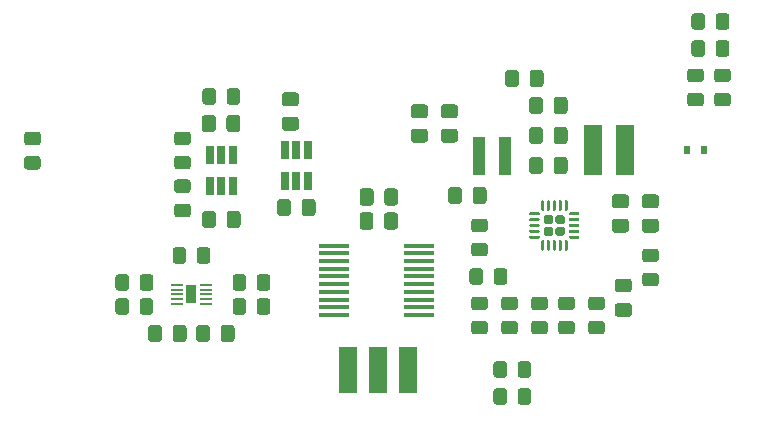
<source format=gbp>
G04 #@! TF.GenerationSoftware,KiCad,Pcbnew,(5.1.6)-1*
G04 #@! TF.CreationDate,2021-05-31T10:21:52+02:00*
G04 #@! TF.ProjectId,Power_module_v1,506f7765-725f-46d6-9f64-756c655f7631,rev?*
G04 #@! TF.SameCoordinates,Original*
G04 #@! TF.FileFunction,Paste,Bot*
G04 #@! TF.FilePolarity,Positive*
%FSLAX46Y46*%
G04 Gerber Fmt 4.6, Leading zero omitted, Abs format (unit mm)*
G04 Created by KiCad (PCBNEW (5.1.6)-1) date 2021-05-31 10:21:52*
%MOMM*%
%LPD*%
G01*
G04 APERTURE LIST*
%ADD10R,2.500000X0.450000*%
%ADD11R,0.600000X0.700000*%
%ADD12R,1.000000X0.200000*%
%ADD13R,0.900000X1.500000*%
%ADD14R,1.600000X4.300000*%
%ADD15R,1.000000X3.200000*%
%ADD16R,0.650000X1.560000*%
%ADD17R,1.524000X4.000000*%
G04 APERTURE END LIST*
D10*
X125984000Y-91380000D03*
X125984000Y-92030000D03*
X125984000Y-92680000D03*
X125984000Y-93330000D03*
X125984000Y-93980000D03*
X125984000Y-94630000D03*
X125984000Y-95280000D03*
X125984000Y-95930000D03*
X125984000Y-96580000D03*
X125984000Y-97230000D03*
X118784000Y-97230000D03*
X118784000Y-96580000D03*
X118784000Y-95930000D03*
X118784000Y-95280000D03*
X118784000Y-94630000D03*
X118784000Y-93980000D03*
X118784000Y-93330000D03*
X118784000Y-92680000D03*
X118784000Y-92030000D03*
X118784000Y-91380000D03*
G36*
G01*
X148901999Y-78428000D02*
X149802001Y-78428000D01*
G75*
G02*
X150052000Y-78677999I0J-249999D01*
G01*
X150052000Y-79328001D01*
G75*
G02*
X149802001Y-79578000I-249999J0D01*
G01*
X148901999Y-79578000D01*
G75*
G02*
X148652000Y-79328001I0J249999D01*
G01*
X148652000Y-78677999D01*
G75*
G02*
X148901999Y-78428000I249999J0D01*
G01*
G37*
G36*
G01*
X148901999Y-76378000D02*
X149802001Y-76378000D01*
G75*
G02*
X150052000Y-76627999I0J-249999D01*
G01*
X150052000Y-77278001D01*
G75*
G02*
X149802001Y-77528000I-249999J0D01*
G01*
X148901999Y-77528000D01*
G75*
G02*
X148652000Y-77278001I0J249999D01*
G01*
X148652000Y-76627999D01*
G75*
G02*
X148901999Y-76378000I249999J0D01*
G01*
G37*
G36*
G01*
X151187999Y-78428000D02*
X152088001Y-78428000D01*
G75*
G02*
X152338000Y-78677999I0J-249999D01*
G01*
X152338000Y-79328001D01*
G75*
G02*
X152088001Y-79578000I-249999J0D01*
G01*
X151187999Y-79578000D01*
G75*
G02*
X150938000Y-79328001I0J249999D01*
G01*
X150938000Y-78677999D01*
G75*
G02*
X151187999Y-78428000I249999J0D01*
G01*
G37*
G36*
G01*
X151187999Y-76378000D02*
X152088001Y-76378000D01*
G75*
G02*
X152338000Y-76627999I0J-249999D01*
G01*
X152338000Y-77278001D01*
G75*
G02*
X152088001Y-77528000I-249999J0D01*
G01*
X151187999Y-77528000D01*
G75*
G02*
X150938000Y-77278001I0J249999D01*
G01*
X150938000Y-76627999D01*
G75*
G02*
X151187999Y-76378000I249999J0D01*
G01*
G37*
G36*
G01*
X150172000Y-71939999D02*
X150172000Y-72840001D01*
G75*
G02*
X149922001Y-73090000I-249999J0D01*
G01*
X149271999Y-73090000D01*
G75*
G02*
X149022000Y-72840001I0J249999D01*
G01*
X149022000Y-71939999D01*
G75*
G02*
X149271999Y-71690000I249999J0D01*
G01*
X149922001Y-71690000D01*
G75*
G02*
X150172000Y-71939999I0J-249999D01*
G01*
G37*
G36*
G01*
X152222000Y-71939999D02*
X152222000Y-72840001D01*
G75*
G02*
X151972001Y-73090000I-249999J0D01*
G01*
X151321999Y-73090000D01*
G75*
G02*
X151072000Y-72840001I0J249999D01*
G01*
X151072000Y-71939999D01*
G75*
G02*
X151321999Y-71690000I249999J0D01*
G01*
X151972001Y-71690000D01*
G75*
G02*
X152222000Y-71939999I0J-249999D01*
G01*
G37*
G36*
G01*
X150172000Y-74225999D02*
X150172000Y-75126001D01*
G75*
G02*
X149922001Y-75376000I-249999J0D01*
G01*
X149271999Y-75376000D01*
G75*
G02*
X149022000Y-75126001I0J249999D01*
G01*
X149022000Y-74225999D01*
G75*
G02*
X149271999Y-73976000I249999J0D01*
G01*
X149922001Y-73976000D01*
G75*
G02*
X150172000Y-74225999I0J-249999D01*
G01*
G37*
G36*
G01*
X152222000Y-74225999D02*
X152222000Y-75126001D01*
G75*
G02*
X151972001Y-75376000I-249999J0D01*
G01*
X151321999Y-75376000D01*
G75*
G02*
X151072000Y-75126001I0J249999D01*
G01*
X151072000Y-74225999D01*
G75*
G02*
X151321999Y-73976000I249999J0D01*
G01*
X151972001Y-73976000D01*
G75*
G02*
X152222000Y-74225999I0J-249999D01*
G01*
G37*
D11*
X148652000Y-83312000D03*
X150052000Y-83312000D03*
G36*
G01*
X107139000Y-92652001D02*
X107139000Y-91751999D01*
G75*
G02*
X107388999Y-91502000I249999J0D01*
G01*
X108039001Y-91502000D01*
G75*
G02*
X108289000Y-91751999I0J-249999D01*
G01*
X108289000Y-92652001D01*
G75*
G02*
X108039001Y-92902000I-249999J0D01*
G01*
X107388999Y-92902000D01*
G75*
G02*
X107139000Y-92652001I0J249999D01*
G01*
G37*
G36*
G01*
X105089000Y-92652001D02*
X105089000Y-91751999D01*
G75*
G02*
X105338999Y-91502000I249999J0D01*
G01*
X105989001Y-91502000D01*
G75*
G02*
X106239000Y-91751999I0J-249999D01*
G01*
X106239000Y-92652001D01*
G75*
G02*
X105989001Y-92902000I-249999J0D01*
G01*
X105338999Y-92902000D01*
G75*
G02*
X105089000Y-92652001I0J249999D01*
G01*
G37*
G36*
G01*
X112219000Y-94938001D02*
X112219000Y-94037999D01*
G75*
G02*
X112468999Y-93788000I249999J0D01*
G01*
X113119001Y-93788000D01*
G75*
G02*
X113369000Y-94037999I0J-249999D01*
G01*
X113369000Y-94938001D01*
G75*
G02*
X113119001Y-95188000I-249999J0D01*
G01*
X112468999Y-95188000D01*
G75*
G02*
X112219000Y-94938001I0J249999D01*
G01*
G37*
G36*
G01*
X110169000Y-94938001D02*
X110169000Y-94037999D01*
G75*
G02*
X110418999Y-93788000I249999J0D01*
G01*
X111069001Y-93788000D01*
G75*
G02*
X111319000Y-94037999I0J-249999D01*
G01*
X111319000Y-94938001D01*
G75*
G02*
X111069001Y-95188000I-249999J0D01*
G01*
X110418999Y-95188000D01*
G75*
G02*
X110169000Y-94938001I0J249999D01*
G01*
G37*
G36*
G01*
X136456000Y-81567000D02*
X136456000Y-82517000D01*
G75*
G02*
X136206000Y-82767000I-250000J0D01*
G01*
X135531000Y-82767000D01*
G75*
G02*
X135281000Y-82517000I0J250000D01*
G01*
X135281000Y-81567000D01*
G75*
G02*
X135531000Y-81317000I250000J0D01*
G01*
X136206000Y-81317000D01*
G75*
G02*
X136456000Y-81567000I0J-250000D01*
G01*
G37*
G36*
G01*
X138531000Y-81567000D02*
X138531000Y-82517000D01*
G75*
G02*
X138281000Y-82767000I-250000J0D01*
G01*
X137606000Y-82767000D01*
G75*
G02*
X137356000Y-82517000I0J250000D01*
G01*
X137356000Y-81567000D01*
G75*
G02*
X137606000Y-81317000I250000J0D01*
G01*
X138281000Y-81317000D01*
G75*
G02*
X138531000Y-81567000I0J-250000D01*
G01*
G37*
G36*
G01*
X142781000Y-96229500D02*
X143731000Y-96229500D01*
G75*
G02*
X143981000Y-96479500I0J-250000D01*
G01*
X143981000Y-97154500D01*
G75*
G02*
X143731000Y-97404500I-250000J0D01*
G01*
X142781000Y-97404500D01*
G75*
G02*
X142531000Y-97154500I0J250000D01*
G01*
X142531000Y-96479500D01*
G75*
G02*
X142781000Y-96229500I250000J0D01*
G01*
G37*
G36*
G01*
X142781000Y-94154500D02*
X143731000Y-94154500D01*
G75*
G02*
X143981000Y-94404500I0J-250000D01*
G01*
X143981000Y-95079500D01*
G75*
G02*
X143731000Y-95329500I-250000J0D01*
G01*
X142781000Y-95329500D01*
G75*
G02*
X142531000Y-95079500I0J250000D01*
G01*
X142531000Y-94404500D01*
G75*
G02*
X142781000Y-94154500I250000J0D01*
G01*
G37*
G36*
G01*
X126459000Y-80576000D02*
X125509000Y-80576000D01*
G75*
G02*
X125259000Y-80326000I0J250000D01*
G01*
X125259000Y-79651000D01*
G75*
G02*
X125509000Y-79401000I250000J0D01*
G01*
X126459000Y-79401000D01*
G75*
G02*
X126709000Y-79651000I0J-250000D01*
G01*
X126709000Y-80326000D01*
G75*
G02*
X126459000Y-80576000I-250000J0D01*
G01*
G37*
G36*
G01*
X126459000Y-82651000D02*
X125509000Y-82651000D01*
G75*
G02*
X125259000Y-82401000I0J250000D01*
G01*
X125259000Y-81726000D01*
G75*
G02*
X125509000Y-81476000I250000J0D01*
G01*
X126459000Y-81476000D01*
G75*
G02*
X126709000Y-81726000I0J-250000D01*
G01*
X126709000Y-82401000D01*
G75*
G02*
X126459000Y-82651000I-250000J0D01*
G01*
G37*
G36*
G01*
X142527000Y-89096000D02*
X143477000Y-89096000D01*
G75*
G02*
X143727000Y-89346000I0J-250000D01*
G01*
X143727000Y-90021000D01*
G75*
G02*
X143477000Y-90271000I-250000J0D01*
G01*
X142527000Y-90271000D01*
G75*
G02*
X142277000Y-90021000I0J250000D01*
G01*
X142277000Y-89346000D01*
G75*
G02*
X142527000Y-89096000I250000J0D01*
G01*
G37*
G36*
G01*
X142527000Y-87021000D02*
X143477000Y-87021000D01*
G75*
G02*
X143727000Y-87271000I0J-250000D01*
G01*
X143727000Y-87946000D01*
G75*
G02*
X143477000Y-88196000I-250000J0D01*
G01*
X142527000Y-88196000D01*
G75*
G02*
X142277000Y-87946000I0J250000D01*
G01*
X142277000Y-87271000D01*
G75*
G02*
X142527000Y-87021000I250000J0D01*
G01*
G37*
G36*
G01*
X136456000Y-84107000D02*
X136456000Y-85057000D01*
G75*
G02*
X136206000Y-85307000I-250000J0D01*
G01*
X135531000Y-85307000D01*
G75*
G02*
X135281000Y-85057000I0J250000D01*
G01*
X135281000Y-84107000D01*
G75*
G02*
X135531000Y-83857000I250000J0D01*
G01*
X136206000Y-83857000D01*
G75*
G02*
X136456000Y-84107000I0J-250000D01*
G01*
G37*
G36*
G01*
X138531000Y-84107000D02*
X138531000Y-85057000D01*
G75*
G02*
X138281000Y-85307000I-250000J0D01*
G01*
X137606000Y-85307000D01*
G75*
G02*
X137356000Y-85057000I0J250000D01*
G01*
X137356000Y-84107000D01*
G75*
G02*
X137606000Y-83857000I250000J0D01*
G01*
X138281000Y-83857000D01*
G75*
G02*
X138531000Y-84107000I0J-250000D01*
G01*
G37*
G36*
G01*
X122996000Y-89756000D02*
X122996000Y-88806000D01*
G75*
G02*
X123246000Y-88556000I250000J0D01*
G01*
X123921000Y-88556000D01*
G75*
G02*
X124171000Y-88806000I0J-250000D01*
G01*
X124171000Y-89756000D01*
G75*
G02*
X123921000Y-90006000I-250000J0D01*
G01*
X123246000Y-90006000D01*
G75*
G02*
X122996000Y-89756000I0J250000D01*
G01*
G37*
G36*
G01*
X120921000Y-89756000D02*
X120921000Y-88806000D01*
G75*
G02*
X121171000Y-88556000I250000J0D01*
G01*
X121846000Y-88556000D01*
G75*
G02*
X122096000Y-88806000I0J-250000D01*
G01*
X122096000Y-89756000D01*
G75*
G02*
X121846000Y-90006000I-250000J0D01*
G01*
X121171000Y-90006000D01*
G75*
G02*
X120921000Y-89756000I0J250000D01*
G01*
G37*
G36*
G01*
X123005000Y-87724000D02*
X123005000Y-86774000D01*
G75*
G02*
X123255000Y-86524000I250000J0D01*
G01*
X123930000Y-86524000D01*
G75*
G02*
X124180000Y-86774000I0J-250000D01*
G01*
X124180000Y-87724000D01*
G75*
G02*
X123930000Y-87974000I-250000J0D01*
G01*
X123255000Y-87974000D01*
G75*
G02*
X123005000Y-87724000I0J250000D01*
G01*
G37*
G36*
G01*
X120930000Y-87724000D02*
X120930000Y-86774000D01*
G75*
G02*
X121180000Y-86524000I250000J0D01*
G01*
X121855000Y-86524000D01*
G75*
G02*
X122105000Y-86774000I0J-250000D01*
G01*
X122105000Y-87724000D01*
G75*
G02*
X121855000Y-87974000I-250000J0D01*
G01*
X121180000Y-87974000D01*
G75*
G02*
X120930000Y-87724000I0J250000D01*
G01*
G37*
G36*
G01*
X109648500Y-81501000D02*
X109648500Y-80551000D01*
G75*
G02*
X109898500Y-80301000I250000J0D01*
G01*
X110573500Y-80301000D01*
G75*
G02*
X110823500Y-80551000I0J-250000D01*
G01*
X110823500Y-81501000D01*
G75*
G02*
X110573500Y-81751000I-250000J0D01*
G01*
X109898500Y-81751000D01*
G75*
G02*
X109648500Y-81501000I0J250000D01*
G01*
G37*
G36*
G01*
X107573500Y-81501000D02*
X107573500Y-80551000D01*
G75*
G02*
X107823500Y-80301000I250000J0D01*
G01*
X108498500Y-80301000D01*
G75*
G02*
X108748500Y-80551000I0J-250000D01*
G01*
X108748500Y-81501000D01*
G75*
G02*
X108498500Y-81751000I-250000J0D01*
G01*
X107823500Y-81751000D01*
G75*
G02*
X107573500Y-81501000I0J250000D01*
G01*
G37*
G36*
G01*
X115537000Y-79560000D02*
X114587000Y-79560000D01*
G75*
G02*
X114337000Y-79310000I0J250000D01*
G01*
X114337000Y-78635000D01*
G75*
G02*
X114587000Y-78385000I250000J0D01*
G01*
X115537000Y-78385000D01*
G75*
G02*
X115787000Y-78635000I0J-250000D01*
G01*
X115787000Y-79310000D01*
G75*
G02*
X115537000Y-79560000I-250000J0D01*
G01*
G37*
G36*
G01*
X115537000Y-81635000D02*
X114587000Y-81635000D01*
G75*
G02*
X114337000Y-81385000I0J250000D01*
G01*
X114337000Y-80710000D01*
G75*
G02*
X114587000Y-80460000I250000J0D01*
G01*
X115537000Y-80460000D01*
G75*
G02*
X115787000Y-80710000I0J-250000D01*
G01*
X115787000Y-81385000D01*
G75*
G02*
X115537000Y-81635000I-250000J0D01*
G01*
G37*
G36*
G01*
X108770000Y-88679000D02*
X108770000Y-89629000D01*
G75*
G02*
X108520000Y-89879000I-250000J0D01*
G01*
X107845000Y-89879000D01*
G75*
G02*
X107595000Y-89629000I0J250000D01*
G01*
X107595000Y-88679000D01*
G75*
G02*
X107845000Y-88429000I250000J0D01*
G01*
X108520000Y-88429000D01*
G75*
G02*
X108770000Y-88679000I0J-250000D01*
G01*
G37*
G36*
G01*
X110845000Y-88679000D02*
X110845000Y-89629000D01*
G75*
G02*
X110595000Y-89879000I-250000J0D01*
G01*
X109920000Y-89879000D01*
G75*
G02*
X109670000Y-89629000I0J250000D01*
G01*
X109670000Y-88679000D01*
G75*
G02*
X109920000Y-88429000I250000J0D01*
G01*
X110595000Y-88429000D01*
G75*
G02*
X110845000Y-88679000I0J-250000D01*
G01*
G37*
G36*
G01*
X115120000Y-87663000D02*
X115120000Y-88613000D01*
G75*
G02*
X114870000Y-88863000I-250000J0D01*
G01*
X114195000Y-88863000D01*
G75*
G02*
X113945000Y-88613000I0J250000D01*
G01*
X113945000Y-87663000D01*
G75*
G02*
X114195000Y-87413000I250000J0D01*
G01*
X114870000Y-87413000D01*
G75*
G02*
X115120000Y-87663000I0J-250000D01*
G01*
G37*
G36*
G01*
X117195000Y-87663000D02*
X117195000Y-88613000D01*
G75*
G02*
X116945000Y-88863000I-250000J0D01*
G01*
X116270000Y-88863000D01*
G75*
G02*
X116020000Y-88613000I0J250000D01*
G01*
X116020000Y-87663000D01*
G75*
G02*
X116270000Y-87413000I250000J0D01*
G01*
X116945000Y-87413000D01*
G75*
G02*
X117195000Y-87663000I0J-250000D01*
G01*
G37*
G36*
G01*
X108262000Y-98331000D02*
X108262000Y-99281000D01*
G75*
G02*
X108012000Y-99531000I-250000J0D01*
G01*
X107337000Y-99531000D01*
G75*
G02*
X107087000Y-99281000I0J250000D01*
G01*
X107087000Y-98331000D01*
G75*
G02*
X107337000Y-98081000I250000J0D01*
G01*
X108012000Y-98081000D01*
G75*
G02*
X108262000Y-98331000I0J-250000D01*
G01*
G37*
G36*
G01*
X110337000Y-98331000D02*
X110337000Y-99281000D01*
G75*
G02*
X110087000Y-99531000I-250000J0D01*
G01*
X109412000Y-99531000D01*
G75*
G02*
X109162000Y-99281000I0J250000D01*
G01*
X109162000Y-98331000D01*
G75*
G02*
X109412000Y-98081000I250000J0D01*
G01*
X110087000Y-98081000D01*
G75*
G02*
X110337000Y-98331000I0J-250000D01*
G01*
G37*
G36*
G01*
X105098000Y-99281000D02*
X105098000Y-98331000D01*
G75*
G02*
X105348000Y-98081000I250000J0D01*
G01*
X106023000Y-98081000D01*
G75*
G02*
X106273000Y-98331000I0J-250000D01*
G01*
X106273000Y-99281000D01*
G75*
G02*
X106023000Y-99531000I-250000J0D01*
G01*
X105348000Y-99531000D01*
G75*
G02*
X105098000Y-99281000I0J250000D01*
G01*
G37*
G36*
G01*
X103023000Y-99281000D02*
X103023000Y-98331000D01*
G75*
G02*
X103273000Y-98081000I250000J0D01*
G01*
X103948000Y-98081000D01*
G75*
G02*
X104198000Y-98331000I0J-250000D01*
G01*
X104198000Y-99281000D01*
G75*
G02*
X103948000Y-99531000I-250000J0D01*
G01*
X103273000Y-99531000D01*
G75*
G02*
X103023000Y-99281000I0J250000D01*
G01*
G37*
G36*
G01*
X128423000Y-87597000D02*
X128423000Y-86647000D01*
G75*
G02*
X128673000Y-86397000I250000J0D01*
G01*
X129348000Y-86397000D01*
G75*
G02*
X129598000Y-86647000I0J-250000D01*
G01*
X129598000Y-87597000D01*
G75*
G02*
X129348000Y-87847000I-250000J0D01*
G01*
X128673000Y-87847000D01*
G75*
G02*
X128423000Y-87597000I0J250000D01*
G01*
G37*
G36*
G01*
X130498000Y-87597000D02*
X130498000Y-86647000D01*
G75*
G02*
X130748000Y-86397000I250000J0D01*
G01*
X131423000Y-86397000D01*
G75*
G02*
X131673000Y-86647000I0J-250000D01*
G01*
X131673000Y-87597000D01*
G75*
G02*
X131423000Y-87847000I-250000J0D01*
G01*
X130748000Y-87847000D01*
G75*
G02*
X130498000Y-87597000I0J250000D01*
G01*
G37*
G36*
G01*
X145067000Y-87021000D02*
X146017000Y-87021000D01*
G75*
G02*
X146267000Y-87271000I0J-250000D01*
G01*
X146267000Y-87946000D01*
G75*
G02*
X146017000Y-88196000I-250000J0D01*
G01*
X145067000Y-88196000D01*
G75*
G02*
X144817000Y-87946000I0J250000D01*
G01*
X144817000Y-87271000D01*
G75*
G02*
X145067000Y-87021000I250000J0D01*
G01*
G37*
G36*
G01*
X145067000Y-89096000D02*
X146017000Y-89096000D01*
G75*
G02*
X146267000Y-89346000I0J-250000D01*
G01*
X146267000Y-90021000D01*
G75*
G02*
X146017000Y-90271000I-250000J0D01*
G01*
X145067000Y-90271000D01*
G75*
G02*
X144817000Y-90021000I0J250000D01*
G01*
X144817000Y-89346000D01*
G75*
G02*
X145067000Y-89096000I250000J0D01*
G01*
G37*
G36*
G01*
X136456000Y-79027000D02*
X136456000Y-79977000D01*
G75*
G02*
X136206000Y-80227000I-250000J0D01*
G01*
X135531000Y-80227000D01*
G75*
G02*
X135281000Y-79977000I0J250000D01*
G01*
X135281000Y-79027000D01*
G75*
G02*
X135531000Y-78777000I250000J0D01*
G01*
X136206000Y-78777000D01*
G75*
G02*
X136456000Y-79027000I0J-250000D01*
G01*
G37*
G36*
G01*
X138531000Y-79027000D02*
X138531000Y-79977000D01*
G75*
G02*
X138281000Y-80227000I-250000J0D01*
G01*
X137606000Y-80227000D01*
G75*
G02*
X137356000Y-79977000I0J250000D01*
G01*
X137356000Y-79027000D01*
G75*
G02*
X137606000Y-78777000I250000J0D01*
G01*
X138281000Y-78777000D01*
G75*
G02*
X138531000Y-79027000I0J-250000D01*
G01*
G37*
G36*
G01*
X135324000Y-77691000D02*
X135324000Y-76741000D01*
G75*
G02*
X135574000Y-76491000I250000J0D01*
G01*
X136249000Y-76491000D01*
G75*
G02*
X136499000Y-76741000I0J-250000D01*
G01*
X136499000Y-77691000D01*
G75*
G02*
X136249000Y-77941000I-250000J0D01*
G01*
X135574000Y-77941000D01*
G75*
G02*
X135324000Y-77691000I0J250000D01*
G01*
G37*
G36*
G01*
X133249000Y-77691000D02*
X133249000Y-76741000D01*
G75*
G02*
X133499000Y-76491000I250000J0D01*
G01*
X134174000Y-76491000D01*
G75*
G02*
X134424000Y-76741000I0J-250000D01*
G01*
X134424000Y-77691000D01*
G75*
G02*
X134174000Y-77941000I-250000J0D01*
G01*
X133499000Y-77941000D01*
G75*
G02*
X133249000Y-77691000I0J250000D01*
G01*
G37*
G36*
G01*
X128999000Y-80576000D02*
X128049000Y-80576000D01*
G75*
G02*
X127799000Y-80326000I0J250000D01*
G01*
X127799000Y-79651000D01*
G75*
G02*
X128049000Y-79401000I250000J0D01*
G01*
X128999000Y-79401000D01*
G75*
G02*
X129249000Y-79651000I0J-250000D01*
G01*
X129249000Y-80326000D01*
G75*
G02*
X128999000Y-80576000I-250000J0D01*
G01*
G37*
G36*
G01*
X128999000Y-82651000D02*
X128049000Y-82651000D01*
G75*
G02*
X127799000Y-82401000I0J250000D01*
G01*
X127799000Y-81726000D01*
G75*
G02*
X128049000Y-81476000I250000J0D01*
G01*
X128999000Y-81476000D01*
G75*
G02*
X129249000Y-81726000I0J-250000D01*
G01*
X129249000Y-82401000D01*
G75*
G02*
X128999000Y-82651000I-250000J0D01*
G01*
G37*
D12*
X105430000Y-96304000D03*
X105430000Y-95904000D03*
X105430000Y-95504000D03*
X105430000Y-95104000D03*
X105430000Y-94704000D03*
X107930000Y-94704000D03*
X107930000Y-95104000D03*
X107930000Y-95504000D03*
X107930000Y-95904000D03*
X107930000Y-96304000D03*
D13*
X106680000Y-95504000D03*
D14*
X140716000Y-83312000D03*
X143416000Y-83312000D03*
D15*
X131064000Y-83820000D03*
X133264000Y-83820000D03*
G36*
G01*
X145091999Y-91618000D02*
X145992001Y-91618000D01*
G75*
G02*
X146242000Y-91867999I0J-249999D01*
G01*
X146242000Y-92518001D01*
G75*
G02*
X145992001Y-92768000I-249999J0D01*
G01*
X145091999Y-92768000D01*
G75*
G02*
X144842000Y-92518001I0J249999D01*
G01*
X144842000Y-91867999D01*
G75*
G02*
X145091999Y-91618000I249999J0D01*
G01*
G37*
G36*
G01*
X145091999Y-93668000D02*
X145992001Y-93668000D01*
G75*
G02*
X146242000Y-93917999I0J-249999D01*
G01*
X146242000Y-94568001D01*
G75*
G02*
X145992001Y-94818000I-249999J0D01*
G01*
X145091999Y-94818000D01*
G75*
G02*
X144842000Y-94568001I0J249999D01*
G01*
X144842000Y-93917999D01*
G75*
G02*
X145091999Y-93668000I249999J0D01*
G01*
G37*
G36*
G01*
X101395000Y-96069999D02*
X101395000Y-96970001D01*
G75*
G02*
X101145001Y-97220000I-249999J0D01*
G01*
X100494999Y-97220000D01*
G75*
G02*
X100245000Y-96970001I0J249999D01*
G01*
X100245000Y-96069999D01*
G75*
G02*
X100494999Y-95820000I249999J0D01*
G01*
X101145001Y-95820000D01*
G75*
G02*
X101395000Y-96069999I0J-249999D01*
G01*
G37*
G36*
G01*
X103445000Y-96069999D02*
X103445000Y-96970001D01*
G75*
G02*
X103195001Y-97220000I-249999J0D01*
G01*
X102544999Y-97220000D01*
G75*
G02*
X102295000Y-96970001I0J249999D01*
G01*
X102295000Y-96069999D01*
G75*
G02*
X102544999Y-95820000I249999J0D01*
G01*
X103195001Y-95820000D01*
G75*
G02*
X103445000Y-96069999I0J-249999D01*
G01*
G37*
G36*
G01*
X103454000Y-94037999D02*
X103454000Y-94938001D01*
G75*
G02*
X103204001Y-95188000I-249999J0D01*
G01*
X102553999Y-95188000D01*
G75*
G02*
X102304000Y-94938001I0J249999D01*
G01*
X102304000Y-94037999D01*
G75*
G02*
X102553999Y-93788000I249999J0D01*
G01*
X103204001Y-93788000D01*
G75*
G02*
X103454000Y-94037999I0J-249999D01*
G01*
G37*
G36*
G01*
X101404000Y-94037999D02*
X101404000Y-94938001D01*
G75*
G02*
X101154001Y-95188000I-249999J0D01*
G01*
X100503999Y-95188000D01*
G75*
G02*
X100254000Y-94938001I0J249999D01*
G01*
X100254000Y-94037999D01*
G75*
G02*
X100503999Y-93788000I249999J0D01*
G01*
X101154001Y-93788000D01*
G75*
G02*
X101404000Y-94037999I0J-249999D01*
G01*
G37*
G36*
G01*
X110169000Y-96970001D02*
X110169000Y-96069999D01*
G75*
G02*
X110418999Y-95820000I249999J0D01*
G01*
X111069001Y-95820000D01*
G75*
G02*
X111319000Y-96069999I0J-249999D01*
G01*
X111319000Y-96970001D01*
G75*
G02*
X111069001Y-97220000I-249999J0D01*
G01*
X110418999Y-97220000D01*
G75*
G02*
X110169000Y-96970001I0J249999D01*
G01*
G37*
G36*
G01*
X112219000Y-96970001D02*
X112219000Y-96069999D01*
G75*
G02*
X112468999Y-95820000I249999J0D01*
G01*
X113119001Y-95820000D01*
G75*
G02*
X113369000Y-96069999I0J-249999D01*
G01*
X113369000Y-96970001D01*
G75*
G02*
X113119001Y-97220000I-249999J0D01*
G01*
X112468999Y-97220000D01*
G75*
G02*
X112219000Y-96970001I0J249999D01*
G01*
G37*
G36*
G01*
X106368001Y-86917000D02*
X105467999Y-86917000D01*
G75*
G02*
X105218000Y-86667001I0J249999D01*
G01*
X105218000Y-86016999D01*
G75*
G02*
X105467999Y-85767000I249999J0D01*
G01*
X106368001Y-85767000D01*
G75*
G02*
X106618000Y-86016999I0J-249999D01*
G01*
X106618000Y-86667001D01*
G75*
G02*
X106368001Y-86917000I-249999J0D01*
G01*
G37*
G36*
G01*
X106368001Y-88967000D02*
X105467999Y-88967000D01*
G75*
G02*
X105218000Y-88717001I0J249999D01*
G01*
X105218000Y-88066999D01*
G75*
G02*
X105467999Y-87817000I249999J0D01*
G01*
X106368001Y-87817000D01*
G75*
G02*
X106618000Y-88066999I0J-249999D01*
G01*
X106618000Y-88717001D01*
G75*
G02*
X106368001Y-88967000I-249999J0D01*
G01*
G37*
G36*
G01*
X106368001Y-84912000D02*
X105467999Y-84912000D01*
G75*
G02*
X105218000Y-84662001I0J249999D01*
G01*
X105218000Y-84011999D01*
G75*
G02*
X105467999Y-83762000I249999J0D01*
G01*
X106368001Y-83762000D01*
G75*
G02*
X106618000Y-84011999I0J-249999D01*
G01*
X106618000Y-84662001D01*
G75*
G02*
X106368001Y-84912000I-249999J0D01*
G01*
G37*
G36*
G01*
X106368001Y-82862000D02*
X105467999Y-82862000D01*
G75*
G02*
X105218000Y-82612001I0J249999D01*
G01*
X105218000Y-81961999D01*
G75*
G02*
X105467999Y-81712000I249999J0D01*
G01*
X106368001Y-81712000D01*
G75*
G02*
X106618000Y-81961999I0J-249999D01*
G01*
X106618000Y-82612001D01*
G75*
G02*
X106368001Y-82862000I-249999J0D01*
G01*
G37*
G36*
G01*
X92767999Y-83771000D02*
X93668001Y-83771000D01*
G75*
G02*
X93918000Y-84020999I0J-249999D01*
G01*
X93918000Y-84671001D01*
G75*
G02*
X93668001Y-84921000I-249999J0D01*
G01*
X92767999Y-84921000D01*
G75*
G02*
X92518000Y-84671001I0J249999D01*
G01*
X92518000Y-84020999D01*
G75*
G02*
X92767999Y-83771000I249999J0D01*
G01*
G37*
G36*
G01*
X92767999Y-81721000D02*
X93668001Y-81721000D01*
G75*
G02*
X93918000Y-81970999I0J-249999D01*
G01*
X93918000Y-82621001D01*
G75*
G02*
X93668001Y-82871000I-249999J0D01*
G01*
X92767999Y-82871000D01*
G75*
G02*
X92518000Y-82621001I0J249999D01*
G01*
X92518000Y-81970999D01*
G75*
G02*
X92767999Y-81721000I249999J0D01*
G01*
G37*
G36*
G01*
X133399000Y-103689999D02*
X133399000Y-104590001D01*
G75*
G02*
X133149001Y-104840000I-249999J0D01*
G01*
X132498999Y-104840000D01*
G75*
G02*
X132249000Y-104590001I0J249999D01*
G01*
X132249000Y-103689999D01*
G75*
G02*
X132498999Y-103440000I249999J0D01*
G01*
X133149001Y-103440000D01*
G75*
G02*
X133399000Y-103689999I0J-249999D01*
G01*
G37*
G36*
G01*
X135449000Y-103689999D02*
X135449000Y-104590001D01*
G75*
G02*
X135199001Y-104840000I-249999J0D01*
G01*
X134548999Y-104840000D01*
G75*
G02*
X134299000Y-104590001I0J249999D01*
G01*
X134299000Y-103689999D01*
G75*
G02*
X134548999Y-103440000I249999J0D01*
G01*
X135199001Y-103440000D01*
G75*
G02*
X135449000Y-103689999I0J-249999D01*
G01*
G37*
G36*
G01*
X135449000Y-101403999D02*
X135449000Y-102304001D01*
G75*
G02*
X135199001Y-102554000I-249999J0D01*
G01*
X134548999Y-102554000D01*
G75*
G02*
X134299000Y-102304001I0J249999D01*
G01*
X134299000Y-101403999D01*
G75*
G02*
X134548999Y-101154000I249999J0D01*
G01*
X135199001Y-101154000D01*
G75*
G02*
X135449000Y-101403999I0J-249999D01*
G01*
G37*
G36*
G01*
X133399000Y-101403999D02*
X133399000Y-102304001D01*
G75*
G02*
X133149001Y-102554000I-249999J0D01*
G01*
X132498999Y-102554000D01*
G75*
G02*
X132249000Y-102304001I0J249999D01*
G01*
X132249000Y-101403999D01*
G75*
G02*
X132498999Y-101154000I249999J0D01*
G01*
X133149001Y-101154000D01*
G75*
G02*
X133399000Y-101403999I0J-249999D01*
G01*
G37*
G36*
G01*
X136594001Y-96832000D02*
X135693999Y-96832000D01*
G75*
G02*
X135444000Y-96582001I0J249999D01*
G01*
X135444000Y-95931999D01*
G75*
G02*
X135693999Y-95682000I249999J0D01*
G01*
X136594001Y-95682000D01*
G75*
G02*
X136844000Y-95931999I0J-249999D01*
G01*
X136844000Y-96582001D01*
G75*
G02*
X136594001Y-96832000I-249999J0D01*
G01*
G37*
G36*
G01*
X136594001Y-98882000D02*
X135693999Y-98882000D01*
G75*
G02*
X135444000Y-98632001I0J249999D01*
G01*
X135444000Y-97981999D01*
G75*
G02*
X135693999Y-97732000I249999J0D01*
G01*
X136594001Y-97732000D01*
G75*
G02*
X136844000Y-97981999I0J-249999D01*
G01*
X136844000Y-98632001D01*
G75*
G02*
X136594001Y-98882000I-249999J0D01*
G01*
G37*
G36*
G01*
X134054001Y-98882000D02*
X133153999Y-98882000D01*
G75*
G02*
X132904000Y-98632001I0J249999D01*
G01*
X132904000Y-97981999D01*
G75*
G02*
X133153999Y-97732000I249999J0D01*
G01*
X134054001Y-97732000D01*
G75*
G02*
X134304000Y-97981999I0J-249999D01*
G01*
X134304000Y-98632001D01*
G75*
G02*
X134054001Y-98882000I-249999J0D01*
G01*
G37*
G36*
G01*
X134054001Y-96832000D02*
X133153999Y-96832000D01*
G75*
G02*
X132904000Y-96582001I0J249999D01*
G01*
X132904000Y-95931999D01*
G75*
G02*
X133153999Y-95682000I249999J0D01*
G01*
X134054001Y-95682000D01*
G75*
G02*
X134304000Y-95931999I0J-249999D01*
G01*
X134304000Y-96582001D01*
G75*
G02*
X134054001Y-96832000I-249999J0D01*
G01*
G37*
G36*
G01*
X130613999Y-97732000D02*
X131514001Y-97732000D01*
G75*
G02*
X131764000Y-97981999I0J-249999D01*
G01*
X131764000Y-98632001D01*
G75*
G02*
X131514001Y-98882000I-249999J0D01*
G01*
X130613999Y-98882000D01*
G75*
G02*
X130364000Y-98632001I0J249999D01*
G01*
X130364000Y-97981999D01*
G75*
G02*
X130613999Y-97732000I249999J0D01*
G01*
G37*
G36*
G01*
X130613999Y-95682000D02*
X131514001Y-95682000D01*
G75*
G02*
X131764000Y-95931999I0J-249999D01*
G01*
X131764000Y-96582001D01*
G75*
G02*
X131514001Y-96832000I-249999J0D01*
G01*
X130613999Y-96832000D01*
G75*
G02*
X130364000Y-96582001I0J249999D01*
G01*
X130364000Y-95931999D01*
G75*
G02*
X130613999Y-95682000I249999J0D01*
G01*
G37*
G36*
G01*
X133426000Y-93529999D02*
X133426000Y-94430001D01*
G75*
G02*
X133176001Y-94680000I-249999J0D01*
G01*
X132525999Y-94680000D01*
G75*
G02*
X132276000Y-94430001I0J249999D01*
G01*
X132276000Y-93529999D01*
G75*
G02*
X132525999Y-93280000I249999J0D01*
G01*
X133176001Y-93280000D01*
G75*
G02*
X133426000Y-93529999I0J-249999D01*
G01*
G37*
G36*
G01*
X131376000Y-93529999D02*
X131376000Y-94430001D01*
G75*
G02*
X131126001Y-94680000I-249999J0D01*
G01*
X130475999Y-94680000D01*
G75*
G02*
X130226000Y-94430001I0J249999D01*
G01*
X130226000Y-93529999D01*
G75*
G02*
X130475999Y-93280000I249999J0D01*
G01*
X131126001Y-93280000D01*
G75*
G02*
X131376000Y-93529999I0J-249999D01*
G01*
G37*
G36*
G01*
X131514001Y-90228000D02*
X130613999Y-90228000D01*
G75*
G02*
X130364000Y-89978001I0J249999D01*
G01*
X130364000Y-89327999D01*
G75*
G02*
X130613999Y-89078000I249999J0D01*
G01*
X131514001Y-89078000D01*
G75*
G02*
X131764000Y-89327999I0J-249999D01*
G01*
X131764000Y-89978001D01*
G75*
G02*
X131514001Y-90228000I-249999J0D01*
G01*
G37*
G36*
G01*
X131514001Y-92278000D02*
X130613999Y-92278000D01*
G75*
G02*
X130364000Y-92028001I0J249999D01*
G01*
X130364000Y-91377999D01*
G75*
G02*
X130613999Y-91128000I249999J0D01*
G01*
X131514001Y-91128000D01*
G75*
G02*
X131764000Y-91377999I0J-249999D01*
G01*
X131764000Y-92028001D01*
G75*
G02*
X131514001Y-92278000I-249999J0D01*
G01*
G37*
G36*
G01*
X138880001Y-96832000D02*
X137979999Y-96832000D01*
G75*
G02*
X137730000Y-96582001I0J249999D01*
G01*
X137730000Y-95931999D01*
G75*
G02*
X137979999Y-95682000I249999J0D01*
G01*
X138880001Y-95682000D01*
G75*
G02*
X139130000Y-95931999I0J-249999D01*
G01*
X139130000Y-96582001D01*
G75*
G02*
X138880001Y-96832000I-249999J0D01*
G01*
G37*
G36*
G01*
X138880001Y-98882000D02*
X137979999Y-98882000D01*
G75*
G02*
X137730000Y-98632001I0J249999D01*
G01*
X137730000Y-97981999D01*
G75*
G02*
X137979999Y-97732000I249999J0D01*
G01*
X138880001Y-97732000D01*
G75*
G02*
X139130000Y-97981999I0J-249999D01*
G01*
X139130000Y-98632001D01*
G75*
G02*
X138880001Y-98882000I-249999J0D01*
G01*
G37*
G36*
G01*
X140519999Y-95682000D02*
X141420001Y-95682000D01*
G75*
G02*
X141670000Y-95931999I0J-249999D01*
G01*
X141670000Y-96582001D01*
G75*
G02*
X141420001Y-96832000I-249999J0D01*
G01*
X140519999Y-96832000D01*
G75*
G02*
X140270000Y-96582001I0J249999D01*
G01*
X140270000Y-95931999D01*
G75*
G02*
X140519999Y-95682000I249999J0D01*
G01*
G37*
G36*
G01*
X140519999Y-97732000D02*
X141420001Y-97732000D01*
G75*
G02*
X141670000Y-97981999I0J-249999D01*
G01*
X141670000Y-98632001D01*
G75*
G02*
X141420001Y-98882000I-249999J0D01*
G01*
X140519999Y-98882000D01*
G75*
G02*
X140270000Y-98632001I0J249999D01*
G01*
X140270000Y-97981999D01*
G75*
G02*
X140519999Y-97732000I249999J0D01*
G01*
G37*
D16*
X109220000Y-83660000D03*
X110170000Y-83660000D03*
X108270000Y-83660000D03*
X108270000Y-86360000D03*
X109220000Y-86360000D03*
X110170000Y-86360000D03*
G36*
G01*
X138539000Y-87599500D02*
X138539000Y-88349500D01*
G75*
G02*
X138476500Y-88412000I-62500J0D01*
G01*
X138351500Y-88412000D01*
G75*
G02*
X138289000Y-88349500I0J62500D01*
G01*
X138289000Y-87599500D01*
G75*
G02*
X138351500Y-87537000I62500J0D01*
G01*
X138476500Y-87537000D01*
G75*
G02*
X138539000Y-87599500I0J-62500D01*
G01*
G37*
G36*
G01*
X138039000Y-87599500D02*
X138039000Y-88349500D01*
G75*
G02*
X137976500Y-88412000I-62500J0D01*
G01*
X137851500Y-88412000D01*
G75*
G02*
X137789000Y-88349500I0J62500D01*
G01*
X137789000Y-87599500D01*
G75*
G02*
X137851500Y-87537000I62500J0D01*
G01*
X137976500Y-87537000D01*
G75*
G02*
X138039000Y-87599500I0J-62500D01*
G01*
G37*
G36*
G01*
X137539000Y-87599500D02*
X137539000Y-88349500D01*
G75*
G02*
X137476500Y-88412000I-62500J0D01*
G01*
X137351500Y-88412000D01*
G75*
G02*
X137289000Y-88349500I0J62500D01*
G01*
X137289000Y-87599500D01*
G75*
G02*
X137351500Y-87537000I62500J0D01*
G01*
X137476500Y-87537000D01*
G75*
G02*
X137539000Y-87599500I0J-62500D01*
G01*
G37*
G36*
G01*
X137039000Y-87599500D02*
X137039000Y-88349500D01*
G75*
G02*
X136976500Y-88412000I-62500J0D01*
G01*
X136851500Y-88412000D01*
G75*
G02*
X136789000Y-88349500I0J62500D01*
G01*
X136789000Y-87599500D01*
G75*
G02*
X136851500Y-87537000I62500J0D01*
G01*
X136976500Y-87537000D01*
G75*
G02*
X137039000Y-87599500I0J-62500D01*
G01*
G37*
G36*
G01*
X136539000Y-87599500D02*
X136539000Y-88349500D01*
G75*
G02*
X136476500Y-88412000I-62500J0D01*
G01*
X136351500Y-88412000D01*
G75*
G02*
X136289000Y-88349500I0J62500D01*
G01*
X136289000Y-87599500D01*
G75*
G02*
X136351500Y-87537000I62500J0D01*
G01*
X136476500Y-87537000D01*
G75*
G02*
X136539000Y-87599500I0J-62500D01*
G01*
G37*
G36*
G01*
X136164000Y-88599500D02*
X136164000Y-88724500D01*
G75*
G02*
X136101500Y-88787000I-62500J0D01*
G01*
X135351500Y-88787000D01*
G75*
G02*
X135289000Y-88724500I0J62500D01*
G01*
X135289000Y-88599500D01*
G75*
G02*
X135351500Y-88537000I62500J0D01*
G01*
X136101500Y-88537000D01*
G75*
G02*
X136164000Y-88599500I0J-62500D01*
G01*
G37*
G36*
G01*
X136164000Y-89099500D02*
X136164000Y-89224500D01*
G75*
G02*
X136101500Y-89287000I-62500J0D01*
G01*
X135351500Y-89287000D01*
G75*
G02*
X135289000Y-89224500I0J62500D01*
G01*
X135289000Y-89099500D01*
G75*
G02*
X135351500Y-89037000I62500J0D01*
G01*
X136101500Y-89037000D01*
G75*
G02*
X136164000Y-89099500I0J-62500D01*
G01*
G37*
G36*
G01*
X136164000Y-89599500D02*
X136164000Y-89724500D01*
G75*
G02*
X136101500Y-89787000I-62500J0D01*
G01*
X135351500Y-89787000D01*
G75*
G02*
X135289000Y-89724500I0J62500D01*
G01*
X135289000Y-89599500D01*
G75*
G02*
X135351500Y-89537000I62500J0D01*
G01*
X136101500Y-89537000D01*
G75*
G02*
X136164000Y-89599500I0J-62500D01*
G01*
G37*
G36*
G01*
X136164000Y-90099500D02*
X136164000Y-90224500D01*
G75*
G02*
X136101500Y-90287000I-62500J0D01*
G01*
X135351500Y-90287000D01*
G75*
G02*
X135289000Y-90224500I0J62500D01*
G01*
X135289000Y-90099500D01*
G75*
G02*
X135351500Y-90037000I62500J0D01*
G01*
X136101500Y-90037000D01*
G75*
G02*
X136164000Y-90099500I0J-62500D01*
G01*
G37*
G36*
G01*
X136164000Y-90599500D02*
X136164000Y-90724500D01*
G75*
G02*
X136101500Y-90787000I-62500J0D01*
G01*
X135351500Y-90787000D01*
G75*
G02*
X135289000Y-90724500I0J62500D01*
G01*
X135289000Y-90599500D01*
G75*
G02*
X135351500Y-90537000I62500J0D01*
G01*
X136101500Y-90537000D01*
G75*
G02*
X136164000Y-90599500I0J-62500D01*
G01*
G37*
G36*
G01*
X136539000Y-90974500D02*
X136539000Y-91724500D01*
G75*
G02*
X136476500Y-91787000I-62500J0D01*
G01*
X136351500Y-91787000D01*
G75*
G02*
X136289000Y-91724500I0J62500D01*
G01*
X136289000Y-90974500D01*
G75*
G02*
X136351500Y-90912000I62500J0D01*
G01*
X136476500Y-90912000D01*
G75*
G02*
X136539000Y-90974500I0J-62500D01*
G01*
G37*
G36*
G01*
X137039000Y-90974500D02*
X137039000Y-91724500D01*
G75*
G02*
X136976500Y-91787000I-62500J0D01*
G01*
X136851500Y-91787000D01*
G75*
G02*
X136789000Y-91724500I0J62500D01*
G01*
X136789000Y-90974500D01*
G75*
G02*
X136851500Y-90912000I62500J0D01*
G01*
X136976500Y-90912000D01*
G75*
G02*
X137039000Y-90974500I0J-62500D01*
G01*
G37*
G36*
G01*
X137539000Y-90974500D02*
X137539000Y-91724500D01*
G75*
G02*
X137476500Y-91787000I-62500J0D01*
G01*
X137351500Y-91787000D01*
G75*
G02*
X137289000Y-91724500I0J62500D01*
G01*
X137289000Y-90974500D01*
G75*
G02*
X137351500Y-90912000I62500J0D01*
G01*
X137476500Y-90912000D01*
G75*
G02*
X137539000Y-90974500I0J-62500D01*
G01*
G37*
G36*
G01*
X138039000Y-90974500D02*
X138039000Y-91724500D01*
G75*
G02*
X137976500Y-91787000I-62500J0D01*
G01*
X137851500Y-91787000D01*
G75*
G02*
X137789000Y-91724500I0J62500D01*
G01*
X137789000Y-90974500D01*
G75*
G02*
X137851500Y-90912000I62500J0D01*
G01*
X137976500Y-90912000D01*
G75*
G02*
X138039000Y-90974500I0J-62500D01*
G01*
G37*
G36*
G01*
X138539000Y-90974500D02*
X138539000Y-91724500D01*
G75*
G02*
X138476500Y-91787000I-62500J0D01*
G01*
X138351500Y-91787000D01*
G75*
G02*
X138289000Y-91724500I0J62500D01*
G01*
X138289000Y-90974500D01*
G75*
G02*
X138351500Y-90912000I62500J0D01*
G01*
X138476500Y-90912000D01*
G75*
G02*
X138539000Y-90974500I0J-62500D01*
G01*
G37*
G36*
G01*
X139539000Y-90599500D02*
X139539000Y-90724500D01*
G75*
G02*
X139476500Y-90787000I-62500J0D01*
G01*
X138726500Y-90787000D01*
G75*
G02*
X138664000Y-90724500I0J62500D01*
G01*
X138664000Y-90599500D01*
G75*
G02*
X138726500Y-90537000I62500J0D01*
G01*
X139476500Y-90537000D01*
G75*
G02*
X139539000Y-90599500I0J-62500D01*
G01*
G37*
G36*
G01*
X139539000Y-90099500D02*
X139539000Y-90224500D01*
G75*
G02*
X139476500Y-90287000I-62500J0D01*
G01*
X138726500Y-90287000D01*
G75*
G02*
X138664000Y-90224500I0J62500D01*
G01*
X138664000Y-90099500D01*
G75*
G02*
X138726500Y-90037000I62500J0D01*
G01*
X139476500Y-90037000D01*
G75*
G02*
X139539000Y-90099500I0J-62500D01*
G01*
G37*
G36*
G01*
X139539000Y-89599500D02*
X139539000Y-89724500D01*
G75*
G02*
X139476500Y-89787000I-62500J0D01*
G01*
X138726500Y-89787000D01*
G75*
G02*
X138664000Y-89724500I0J62500D01*
G01*
X138664000Y-89599500D01*
G75*
G02*
X138726500Y-89537000I62500J0D01*
G01*
X139476500Y-89537000D01*
G75*
G02*
X139539000Y-89599500I0J-62500D01*
G01*
G37*
G36*
G01*
X139539000Y-89099500D02*
X139539000Y-89224500D01*
G75*
G02*
X139476500Y-89287000I-62500J0D01*
G01*
X138726500Y-89287000D01*
G75*
G02*
X138664000Y-89224500I0J62500D01*
G01*
X138664000Y-89099500D01*
G75*
G02*
X138726500Y-89037000I62500J0D01*
G01*
X139476500Y-89037000D01*
G75*
G02*
X139539000Y-89099500I0J-62500D01*
G01*
G37*
G36*
G01*
X139539000Y-88599500D02*
X139539000Y-88724500D01*
G75*
G02*
X139476500Y-88787000I-62500J0D01*
G01*
X138726500Y-88787000D01*
G75*
G02*
X138664000Y-88724500I0J62500D01*
G01*
X138664000Y-88599500D01*
G75*
G02*
X138726500Y-88537000I62500J0D01*
G01*
X139476500Y-88537000D01*
G75*
G02*
X139539000Y-88599500I0J-62500D01*
G01*
G37*
G36*
G01*
X137319000Y-89959500D02*
X137319000Y-90364500D01*
G75*
G02*
X137116500Y-90567000I-202500J0D01*
G01*
X136711500Y-90567000D01*
G75*
G02*
X136509000Y-90364500I0J202500D01*
G01*
X136509000Y-89959500D01*
G75*
G02*
X136711500Y-89757000I202500J0D01*
G01*
X137116500Y-89757000D01*
G75*
G02*
X137319000Y-89959500I0J-202500D01*
G01*
G37*
G36*
G01*
X137319000Y-88959500D02*
X137319000Y-89364500D01*
G75*
G02*
X137116500Y-89567000I-202500J0D01*
G01*
X136711500Y-89567000D01*
G75*
G02*
X136509000Y-89364500I0J202500D01*
G01*
X136509000Y-88959500D01*
G75*
G02*
X136711500Y-88757000I202500J0D01*
G01*
X137116500Y-88757000D01*
G75*
G02*
X137319000Y-88959500I0J-202500D01*
G01*
G37*
G36*
G01*
X138319000Y-89959500D02*
X138319000Y-90364500D01*
G75*
G02*
X138116500Y-90567000I-202500J0D01*
G01*
X137711500Y-90567000D01*
G75*
G02*
X137509000Y-90364500I0J202500D01*
G01*
X137509000Y-89959500D01*
G75*
G02*
X137711500Y-89757000I202500J0D01*
G01*
X138116500Y-89757000D01*
G75*
G02*
X138319000Y-89959500I0J-202500D01*
G01*
G37*
G36*
G01*
X138319000Y-88959500D02*
X138319000Y-89364500D01*
G75*
G02*
X138116500Y-89567000I-202500J0D01*
G01*
X137711500Y-89567000D01*
G75*
G02*
X137509000Y-89364500I0J202500D01*
G01*
X137509000Y-88959500D01*
G75*
G02*
X137711500Y-88757000I202500J0D01*
G01*
X138116500Y-88757000D01*
G75*
G02*
X138319000Y-88959500I0J-202500D01*
G01*
G37*
D17*
X125049280Y-101912420D03*
X122509280Y-101912420D03*
X119969280Y-101912420D03*
G36*
G01*
X110811000Y-78289999D02*
X110811000Y-79190001D01*
G75*
G02*
X110561001Y-79440000I-249999J0D01*
G01*
X109910999Y-79440000D01*
G75*
G02*
X109661000Y-79190001I0J249999D01*
G01*
X109661000Y-78289999D01*
G75*
G02*
X109910999Y-78040000I249999J0D01*
G01*
X110561001Y-78040000D01*
G75*
G02*
X110811000Y-78289999I0J-249999D01*
G01*
G37*
G36*
G01*
X108761000Y-78289999D02*
X108761000Y-79190001D01*
G75*
G02*
X108511001Y-79440000I-249999J0D01*
G01*
X107860999Y-79440000D01*
G75*
G02*
X107611000Y-79190001I0J249999D01*
G01*
X107611000Y-78289999D01*
G75*
G02*
X107860999Y-78040000I249999J0D01*
G01*
X108511001Y-78040000D01*
G75*
G02*
X108761000Y-78289999I0J-249999D01*
G01*
G37*
D16*
X116520000Y-85932000D03*
X115570000Y-85932000D03*
X114620000Y-85932000D03*
X114620000Y-83232000D03*
X116520000Y-83232000D03*
X115570000Y-83232000D03*
M02*

</source>
